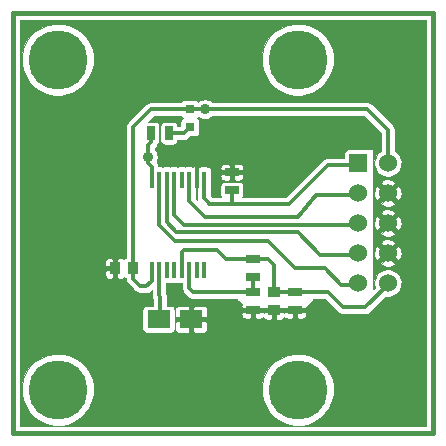
<source format=gbl>
G04 #@! TF.FileFunction,Copper,L2,Bot,Signal*
%FSLAX46Y46*%
G04 Gerber Fmt 4.6, Leading zero omitted, Abs format (unit mm)*
G04 Created by KiCad (PCBNEW (2015-11-02 BZR 6290)-product) date Mon 07 Dec 2015 11:59:02 AM CET*
%MOMM*%
G01*
G04 APERTURE LIST*
%ADD10C,0.150000*%
%ADD11C,0.381000*%
%ADD12C,5.001260*%
%ADD13R,1.950720X1.501140*%
%ADD14R,0.899160X1.000760*%
%ADD15R,1.000760X0.899160*%
%ADD16R,0.797560X0.797560*%
%ADD17R,1.524000X1.524000*%
%ADD18C,1.524000*%
%ADD19R,1.143000X0.635000*%
%ADD20R,0.635000X1.143000*%
%ADD21R,0.375920X1.435100*%
%ADD22C,0.889000*%
%ADD23C,0.375920*%
%ADD24C,0.373380*%
%ADD25C,0.099060*%
G04 APERTURE END LIST*
D10*
D11*
X31750000Y-66548000D02*
X31750000Y-30988000D01*
X67310000Y-30988000D02*
X31750000Y-30988000D01*
X67310000Y-66548000D02*
X67310000Y-30988000D01*
X31750000Y-66548000D02*
X67310000Y-66548000D01*
D12*
X55880000Y-34922460D03*
X35560000Y-34922460D03*
X55880000Y-62865000D03*
X35560000Y-62865000D03*
D13*
X44091860Y-56896000D03*
X46840140Y-56896000D03*
D14*
X41899840Y-52578000D03*
X40396160Y-52578000D03*
D15*
X53848000Y-54620160D03*
X53848000Y-56123840D03*
D16*
X46736000Y-39128700D03*
X46736000Y-40627300D03*
D17*
X60957460Y-43688000D03*
D18*
X63497460Y-43688000D03*
X60957460Y-46228000D03*
X63497460Y-46228000D03*
X60957460Y-48768000D03*
X63497460Y-48768000D03*
X60957460Y-51308000D03*
X63497460Y-51308000D03*
X60957460Y-53848000D03*
X63497460Y-53848000D03*
D19*
X52070000Y-51816000D03*
X52070000Y-53340000D03*
X52070000Y-54610000D03*
X52070000Y-56134000D03*
X55623460Y-54610000D03*
X55623460Y-56134000D03*
X50292000Y-45974000D03*
X50292000Y-44450000D03*
D20*
X44958000Y-41148000D03*
X43434000Y-41148000D03*
D21*
X43497500Y-45085000D03*
X44132500Y-45085000D03*
X44767500Y-45085000D03*
X45402500Y-45085000D03*
X46037500Y-45085000D03*
X46672500Y-45085000D03*
X47307500Y-45085000D03*
X47307500Y-52705000D03*
X46672500Y-52705000D03*
X46037500Y-52705000D03*
X45402500Y-52705000D03*
X44767500Y-52705000D03*
X44132500Y-52705000D03*
X43497500Y-52705000D03*
X47942500Y-45085000D03*
X47942500Y-52705000D03*
D22*
X48006000Y-39116000D03*
X43180000Y-43180000D03*
D23*
X41910000Y-51562000D02*
X41910000Y-52567840D01*
X46228000Y-39116000D02*
X43434000Y-39116000D01*
X41899840Y-52578000D02*
X41899840Y-53456840D01*
D24*
X46736000Y-39128700D02*
X46240700Y-39128700D01*
D23*
X63497460Y-40891460D02*
X63497460Y-43688000D01*
X48006000Y-39116000D02*
X46228000Y-39116000D01*
X41910000Y-51562000D02*
X41910000Y-40640000D01*
X43434000Y-39116000D02*
X41910000Y-40640000D01*
X61722000Y-39116000D02*
X48006000Y-39116000D01*
D24*
X46240700Y-39128700D02*
X46228000Y-39116000D01*
D23*
X41899840Y-53456840D02*
X42545000Y-54102000D01*
X43053000Y-54102000D02*
X43434000Y-53721000D01*
X42545000Y-54102000D02*
X43053000Y-54102000D01*
X43497500Y-53657500D02*
X43434000Y-53721000D01*
X43497500Y-53657500D02*
X43497500Y-52705000D01*
X41910000Y-52567840D02*
X41899840Y-52578000D01*
X63497460Y-40891460D02*
X61722000Y-39116000D01*
X60954920Y-48889920D02*
X60960000Y-48895000D01*
X45402500Y-48069500D02*
X46222920Y-48889920D01*
X48514000Y-48889920D02*
X60954920Y-48889920D01*
X46222920Y-48889920D02*
X48514000Y-48889920D01*
X45402500Y-45085000D02*
X45402500Y-48069500D01*
X45593000Y-49530000D02*
X47625000Y-49530000D01*
X47625000Y-49530000D02*
X55880000Y-49530000D01*
X44767500Y-48704500D02*
X45593000Y-49530000D01*
X44767500Y-48704500D02*
X44767500Y-45085000D01*
X55880000Y-49530000D02*
X57785000Y-51435000D01*
X60960000Y-51435000D02*
X57785000Y-51435000D01*
X55880000Y-48260000D02*
X57404000Y-46355000D01*
X46672500Y-46926500D02*
X47752000Y-48006000D01*
X47752000Y-48006000D02*
X48006000Y-48260000D01*
X46672500Y-45085000D02*
X46672500Y-46926500D01*
X58420000Y-46355000D02*
X60960000Y-46355000D01*
X48006000Y-48260000D02*
X55880000Y-48260000D01*
X57404000Y-46355000D02*
X58420000Y-46355000D01*
X58166000Y-52578000D02*
X55626000Y-52578000D01*
X44132500Y-48958500D02*
X45466000Y-50292000D01*
X55626000Y-52578000D02*
X53594000Y-50546000D01*
X44132500Y-48958500D02*
X44132500Y-45085000D01*
X53340000Y-50292000D02*
X53594000Y-50546000D01*
X48514000Y-50292000D02*
X53340000Y-50292000D01*
X45466000Y-50292000D02*
X48514000Y-50292000D01*
X60960000Y-53975000D02*
X59563000Y-53975000D01*
X59563000Y-53975000D02*
X58166000Y-52578000D01*
X50292000Y-45974000D02*
X50292000Y-47117000D01*
X50292000Y-47117000D02*
X50165000Y-47117000D01*
X47942500Y-45085000D02*
X47942500Y-46672500D01*
X60960000Y-43815000D02*
X58420000Y-43815000D01*
X47942500Y-46672500D02*
X48260000Y-46990000D01*
X58420000Y-43815000D02*
X55118000Y-47117000D01*
X48387000Y-47117000D02*
X48260000Y-46990000D01*
X55118000Y-47117000D02*
X50165000Y-47117000D01*
X48387000Y-47117000D02*
X50165000Y-47117000D01*
X47307500Y-43751500D02*
X47371000Y-43688000D01*
X47307500Y-45085000D02*
X47307500Y-43751500D01*
X44196000Y-57150000D02*
X44091860Y-56896000D01*
X44132500Y-52705000D02*
X44196000Y-57150000D01*
X53848000Y-54620160D02*
X55613300Y-54620160D01*
X55613300Y-54620160D02*
X58430160Y-54620160D01*
X58430160Y-54620160D02*
X59690000Y-55880000D01*
X59690000Y-55880000D02*
X61595000Y-55880000D01*
X61595000Y-55880000D02*
X63497460Y-53977540D01*
X63497460Y-53977540D02*
X63497460Y-53848000D01*
X53848000Y-54620160D02*
X53848000Y-52324000D01*
X53350160Y-51826160D02*
X53848000Y-52324000D01*
X46037500Y-51244500D02*
X46228000Y-51054000D01*
X46037500Y-52705000D02*
X46037500Y-51244500D01*
X46228000Y-51054000D02*
X49022000Y-51054000D01*
X49784000Y-51816000D02*
X49022000Y-51054000D01*
X52059840Y-51816000D02*
X52070000Y-51826160D01*
X49784000Y-51816000D02*
X52059840Y-51816000D01*
X53350160Y-51826160D02*
X52070000Y-51826160D01*
X44958000Y-41148000D02*
X46215300Y-41148000D01*
X46215300Y-41148000D02*
X46736000Y-40627300D01*
X46215300Y-41148000D02*
X46736000Y-40627300D01*
X45201840Y-41148000D02*
X46215300Y-41148000D01*
X52059840Y-54610000D02*
X52070000Y-54620160D01*
X46990000Y-54610000D02*
X52059840Y-54610000D01*
X46672500Y-54292500D02*
X46990000Y-54610000D01*
X52070000Y-53329840D02*
X52070000Y-54620160D01*
X46672500Y-52705000D02*
X46672500Y-54292500D01*
X43497500Y-45085000D02*
X43497500Y-44005500D01*
X43434000Y-41910000D02*
X43180000Y-42164000D01*
X43180000Y-42164000D02*
X43180000Y-42672000D01*
X43434000Y-41910000D02*
X43434000Y-41148000D01*
X43180000Y-43688000D02*
X43180000Y-43180000D01*
X43180000Y-43180000D02*
X43180000Y-42672000D01*
X43497500Y-44005500D02*
X43180000Y-43688000D01*
D25*
G36*
X66721990Y-65959990D02*
X32338010Y-65959990D01*
X32338010Y-63121498D01*
X32505450Y-63121498D01*
X32613445Y-63709911D01*
X32833672Y-64266142D01*
X33157744Y-64769004D01*
X33573318Y-65199343D01*
X34064564Y-65540768D01*
X34612770Y-65780274D01*
X35197056Y-65908737D01*
X35795167Y-65921266D01*
X36384320Y-65817382D01*
X36942075Y-65601043D01*
X37447187Y-65280489D01*
X37880417Y-64867930D01*
X38225263Y-64379080D01*
X38468590Y-63832559D01*
X38601129Y-63249184D01*
X38602912Y-63121498D01*
X52825450Y-63121498D01*
X52933445Y-63709911D01*
X53153672Y-64266142D01*
X53477744Y-64769004D01*
X53893318Y-65199343D01*
X54384564Y-65540768D01*
X54932770Y-65780274D01*
X55517056Y-65908737D01*
X56115167Y-65921266D01*
X56704320Y-65817382D01*
X57262075Y-65601043D01*
X57767187Y-65280489D01*
X58200417Y-64867930D01*
X58545263Y-64379080D01*
X58788590Y-63832559D01*
X58921129Y-63249184D01*
X58930671Y-62565879D01*
X58814471Y-61979031D01*
X58586499Y-61425929D01*
X58255437Y-60927641D01*
X57833896Y-60503146D01*
X57337931Y-60168613D01*
X56786434Y-59936785D01*
X56200411Y-59816492D01*
X55602184Y-59812316D01*
X55014539Y-59924415D01*
X54459859Y-60148520D01*
X53959271Y-60476095D01*
X53531844Y-60894663D01*
X53193857Y-61388280D01*
X52958185Y-61938146D01*
X52833803Y-62523314D01*
X52825450Y-63121498D01*
X38602912Y-63121498D01*
X38610671Y-62565879D01*
X38494471Y-61979031D01*
X38266499Y-61425929D01*
X37935437Y-60927641D01*
X37513896Y-60503146D01*
X37017931Y-60168613D01*
X36466434Y-59936785D01*
X35880411Y-59816492D01*
X35282184Y-59812316D01*
X34694539Y-59924415D01*
X34139859Y-60148520D01*
X33639271Y-60476095D01*
X33211844Y-60894663D01*
X32873857Y-61388280D01*
X32638185Y-61938146D01*
X32513803Y-62523314D01*
X32505450Y-63121498D01*
X32338010Y-63121498D01*
X32338010Y-52875497D01*
X39549070Y-52875497D01*
X39549070Y-53117532D01*
X39564346Y-53194330D01*
X39594311Y-53266672D01*
X39637814Y-53331778D01*
X39693182Y-53387146D01*
X39758289Y-53430649D01*
X39830631Y-53460614D01*
X39907429Y-53475890D01*
X40098663Y-53475890D01*
X40198040Y-53376513D01*
X40198040Y-52776120D01*
X39648447Y-52776120D01*
X39549070Y-52875497D01*
X32338010Y-52875497D01*
X32338010Y-52038468D01*
X39549070Y-52038468D01*
X39549070Y-52280503D01*
X39648447Y-52379880D01*
X40198040Y-52379880D01*
X40198040Y-51779487D01*
X40594280Y-51779487D01*
X40594280Y-52379880D01*
X40614280Y-52379880D01*
X40614280Y-52776120D01*
X40594280Y-52776120D01*
X40594280Y-53376513D01*
X40693657Y-53475890D01*
X40884891Y-53475890D01*
X40961689Y-53460614D01*
X41034031Y-53430649D01*
X41099138Y-53387146D01*
X41147955Y-53338329D01*
X41150969Y-53342902D01*
X41236513Y-53415810D01*
X41314370Y-53450905D01*
X41314370Y-53456840D01*
X41319648Y-53510673D01*
X41324361Y-53564538D01*
X41325219Y-53567493D01*
X41325520Y-53570558D01*
X41341161Y-53622363D01*
X41356240Y-53674265D01*
X41357656Y-53676996D01*
X41358546Y-53679945D01*
X41383941Y-53727705D01*
X41408824Y-53775710D01*
X41410745Y-53778116D01*
X41412190Y-53780834D01*
X41446354Y-53822724D01*
X41480111Y-53865010D01*
X41484340Y-53869299D01*
X41484408Y-53869382D01*
X41484485Y-53869446D01*
X41485850Y-53870830D01*
X42131010Y-54515990D01*
X42172827Y-54550339D01*
X42214229Y-54585079D01*
X42216925Y-54586561D01*
X42219305Y-54588516D01*
X42266994Y-54614087D01*
X42314359Y-54640126D01*
X42317290Y-54641056D01*
X42320006Y-54642512D01*
X42371731Y-54658326D01*
X42423274Y-54674676D01*
X42426335Y-54675019D01*
X42429278Y-54675919D01*
X42483046Y-54681381D01*
X42536826Y-54687413D01*
X42542848Y-54687455D01*
X42542956Y-54687466D01*
X42543057Y-54687456D01*
X42545000Y-54687470D01*
X43053000Y-54687470D01*
X43106833Y-54682192D01*
X43160698Y-54677479D01*
X43163653Y-54676621D01*
X43166718Y-54676320D01*
X43218523Y-54660679D01*
X43270425Y-54645600D01*
X43273156Y-54644184D01*
X43276105Y-54643294D01*
X43323865Y-54617899D01*
X43371870Y-54593016D01*
X43374276Y-54591095D01*
X43376994Y-54589650D01*
X43418884Y-54555486D01*
X43461170Y-54521729D01*
X43465459Y-54517500D01*
X43465542Y-54517432D01*
X43465606Y-54517355D01*
X43466990Y-54515990D01*
X43571351Y-54411629D01*
X43590413Y-55745997D01*
X43116500Y-55745997D01*
X43053198Y-55751045D01*
X42945831Y-55784294D01*
X42851978Y-55846139D01*
X42779070Y-55931683D01*
X42732881Y-56034151D01*
X42717067Y-56145430D01*
X42717067Y-57646570D01*
X42722115Y-57709872D01*
X42755364Y-57817239D01*
X42817209Y-57911092D01*
X42902753Y-57984000D01*
X43005221Y-58030189D01*
X43116500Y-58046003D01*
X45067220Y-58046003D01*
X45130522Y-58040955D01*
X45237889Y-58007706D01*
X45331742Y-57945861D01*
X45404650Y-57860317D01*
X45450839Y-57757849D01*
X45466653Y-57646570D01*
X45466653Y-57193497D01*
X45467270Y-57193497D01*
X45467270Y-57685722D01*
X45482546Y-57762520D01*
X45512511Y-57834862D01*
X45556014Y-57899968D01*
X45611382Y-57955336D01*
X45676489Y-57998839D01*
X45748831Y-58028804D01*
X45825629Y-58044080D01*
X46542643Y-58044080D01*
X46642020Y-57944703D01*
X46642020Y-57094120D01*
X47038260Y-57094120D01*
X47038260Y-57944703D01*
X47137637Y-58044080D01*
X47854651Y-58044080D01*
X47931449Y-58028804D01*
X48003791Y-57998839D01*
X48068898Y-57955336D01*
X48124266Y-57899968D01*
X48167769Y-57834862D01*
X48197734Y-57762520D01*
X48213010Y-57685722D01*
X48213010Y-57193497D01*
X48113633Y-57094120D01*
X47038260Y-57094120D01*
X46642020Y-57094120D01*
X45566647Y-57094120D01*
X45467270Y-57193497D01*
X45466653Y-57193497D01*
X45466653Y-56145430D01*
X45463531Y-56106278D01*
X45467270Y-56106278D01*
X45467270Y-56598503D01*
X45566647Y-56697880D01*
X46642020Y-56697880D01*
X46642020Y-55847297D01*
X47038260Y-55847297D01*
X47038260Y-56697880D01*
X48113633Y-56697880D01*
X48213010Y-56598503D01*
X48213010Y-56392127D01*
X51100990Y-56392127D01*
X51100990Y-56490651D01*
X51116266Y-56567449D01*
X51146231Y-56639791D01*
X51189734Y-56704898D01*
X51245102Y-56760266D01*
X51310208Y-56803769D01*
X51382550Y-56833734D01*
X51459348Y-56849010D01*
X51772503Y-56849010D01*
X51871880Y-56749633D01*
X51871880Y-56292750D01*
X52268120Y-56292750D01*
X52268120Y-56749633D01*
X52367497Y-56849010D01*
X52680652Y-56849010D01*
X52757450Y-56833734D01*
X52829792Y-56803769D01*
X52894898Y-56760266D01*
X52950266Y-56704898D01*
X52964298Y-56683898D01*
X52965386Y-56689369D01*
X52995351Y-56761711D01*
X53038854Y-56826818D01*
X53094222Y-56882186D01*
X53159328Y-56925689D01*
X53231670Y-56955654D01*
X53308468Y-56970930D01*
X53550503Y-56970930D01*
X53649880Y-56871553D01*
X53649880Y-56321960D01*
X54046120Y-56321960D01*
X54046120Y-56871553D01*
X54145497Y-56970930D01*
X54387532Y-56970930D01*
X54464330Y-56955654D01*
X54536672Y-56925689D01*
X54601778Y-56882186D01*
X54657146Y-56826818D01*
X54700649Y-56761711D01*
X54730614Y-56689369D01*
X54731120Y-56686827D01*
X54743194Y-56704898D01*
X54798562Y-56760266D01*
X54863668Y-56803769D01*
X54936010Y-56833734D01*
X55012808Y-56849010D01*
X55325963Y-56849010D01*
X55425340Y-56749633D01*
X55425340Y-56292750D01*
X55821580Y-56292750D01*
X55821580Y-56749633D01*
X55920957Y-56849010D01*
X56234112Y-56849010D01*
X56310910Y-56833734D01*
X56383252Y-56803769D01*
X56448358Y-56760266D01*
X56503726Y-56704898D01*
X56547229Y-56639791D01*
X56577194Y-56567449D01*
X56592470Y-56490651D01*
X56592470Y-56392127D01*
X56493093Y-56292750D01*
X55821580Y-56292750D01*
X55425340Y-56292750D01*
X54753827Y-56292750D01*
X54685565Y-56361012D01*
X54646513Y-56321960D01*
X54046120Y-56321960D01*
X53649880Y-56321960D01*
X53049487Y-56321960D01*
X53009165Y-56362282D01*
X52939633Y-56292750D01*
X52268120Y-56292750D01*
X51871880Y-56292750D01*
X51200367Y-56292750D01*
X51100990Y-56392127D01*
X48213010Y-56392127D01*
X48213010Y-56106278D01*
X48197734Y-56029480D01*
X48167769Y-55957138D01*
X48124266Y-55892032D01*
X48068898Y-55836664D01*
X48003791Y-55793161D01*
X47931449Y-55763196D01*
X47854651Y-55747920D01*
X47137637Y-55747920D01*
X47038260Y-55847297D01*
X46642020Y-55847297D01*
X46542643Y-55747920D01*
X45825629Y-55747920D01*
X45748831Y-55763196D01*
X45676489Y-55793161D01*
X45611382Y-55836664D01*
X45556014Y-55892032D01*
X45512511Y-55957138D01*
X45482546Y-56029480D01*
X45467270Y-56106278D01*
X45463531Y-56106278D01*
X45461605Y-56082128D01*
X45428356Y-55974761D01*
X45366511Y-55880908D01*
X45280967Y-55808000D01*
X45178499Y-55761811D01*
X45067220Y-55745997D01*
X44761472Y-55745997D01*
X44733986Y-53821983D01*
X44955460Y-53821983D01*
X45018762Y-53816935D01*
X45083008Y-53797040D01*
X45103261Y-53806169D01*
X45214540Y-53821983D01*
X45590460Y-53821983D01*
X45653762Y-53816935D01*
X45718008Y-53797040D01*
X45738261Y-53806169D01*
X45849540Y-53821983D01*
X46087030Y-53821983D01*
X46087030Y-54292500D01*
X46092308Y-54346333D01*
X46097021Y-54400198D01*
X46097879Y-54403153D01*
X46098180Y-54406218D01*
X46113821Y-54458023D01*
X46128900Y-54509925D01*
X46130316Y-54512656D01*
X46131206Y-54515605D01*
X46156601Y-54563365D01*
X46181484Y-54611370D01*
X46183405Y-54613776D01*
X46184850Y-54616494D01*
X46219014Y-54658384D01*
X46252771Y-54700670D01*
X46257000Y-54704959D01*
X46257068Y-54705042D01*
X46257145Y-54705106D01*
X46258510Y-54706490D01*
X46576010Y-55023990D01*
X46617827Y-55058339D01*
X46659229Y-55093079D01*
X46661925Y-55094561D01*
X46664305Y-55096516D01*
X46711980Y-55122079D01*
X46759359Y-55148126D01*
X46762293Y-55149057D01*
X46765007Y-55150512D01*
X46816717Y-55166321D01*
X46868274Y-55182676D01*
X46871336Y-55183019D01*
X46874278Y-55183919D01*
X46928042Y-55189380D01*
X46981826Y-55195413D01*
X46987849Y-55195455D01*
X46987957Y-55195466D01*
X46988058Y-55195456D01*
X46990000Y-55195470D01*
X50750470Y-55195470D01*
X50750470Y-55245000D01*
X50754110Y-55263638D01*
X50764977Y-55280023D01*
X51136546Y-55651592D01*
X51116266Y-55700551D01*
X51100990Y-55777349D01*
X51100990Y-55875873D01*
X51200367Y-55975250D01*
X51871880Y-55975250D01*
X51871880Y-55929530D01*
X52268120Y-55929530D01*
X52268120Y-55975250D01*
X52939633Y-55975250D01*
X52985353Y-55929530D01*
X54708107Y-55929530D01*
X54753827Y-55975250D01*
X55425340Y-55975250D01*
X55425340Y-55929530D01*
X55821580Y-55929530D01*
X55821580Y-55975250D01*
X56493093Y-55975250D01*
X56592470Y-55875873D01*
X56592470Y-55872576D01*
X57185023Y-55280023D01*
X57195628Y-55264270D01*
X57199530Y-55245000D01*
X57199530Y-55205630D01*
X58187650Y-55205630D01*
X59276010Y-56293990D01*
X59317827Y-56328339D01*
X59359229Y-56363079D01*
X59361925Y-56364561D01*
X59364305Y-56366516D01*
X59411980Y-56392079D01*
X59459359Y-56418126D01*
X59462293Y-56419057D01*
X59465007Y-56420512D01*
X59516717Y-56436321D01*
X59568274Y-56452676D01*
X59571336Y-56453019D01*
X59574278Y-56453919D01*
X59628042Y-56459380D01*
X59681826Y-56465413D01*
X59687849Y-56465455D01*
X59687957Y-56465466D01*
X59688058Y-56465456D01*
X59690000Y-56465470D01*
X61595000Y-56465470D01*
X61648833Y-56460192D01*
X61702698Y-56455479D01*
X61705653Y-56454621D01*
X61708718Y-56454320D01*
X61760523Y-56438679D01*
X61812425Y-56423600D01*
X61815156Y-56422184D01*
X61818105Y-56421294D01*
X61865865Y-56395899D01*
X61913870Y-56371016D01*
X61916276Y-56369095D01*
X61918994Y-56367650D01*
X61960884Y-56333486D01*
X62003170Y-56299729D01*
X62007459Y-56295500D01*
X62007542Y-56295432D01*
X62007606Y-56295355D01*
X62008990Y-56293990D01*
X63309131Y-54993849D01*
X63359505Y-55004924D01*
X63586847Y-55009686D01*
X63810784Y-54970200D01*
X64022786Y-54887970D01*
X64214779Y-54766127D01*
X64379450Y-54609313D01*
X64510526Y-54423502D01*
X64603014Y-54215769D01*
X64653393Y-53994028D01*
X64657019Y-53734304D01*
X64612852Y-53511243D01*
X64526200Y-53301009D01*
X64400363Y-53111610D01*
X64240135Y-52950260D01*
X64051619Y-52823104D01*
X63841995Y-52734986D01*
X63619248Y-52689263D01*
X63391862Y-52687675D01*
X63168498Y-52730284D01*
X62957665Y-52815466D01*
X62767391Y-52939978D01*
X62604926Y-53099075D01*
X62476458Y-53286699D01*
X62386878Y-53495703D01*
X62339601Y-53718125D01*
X62336426Y-53945495D01*
X62377475Y-54169151D01*
X62405950Y-54241070D01*
X62279530Y-54367490D01*
X62279530Y-52188550D01*
X62897094Y-52188550D01*
X62982875Y-52353327D01*
X63196696Y-52433631D01*
X63422074Y-52470679D01*
X63650350Y-52463045D01*
X63872750Y-52411024D01*
X64012045Y-52353327D01*
X64097826Y-52188550D01*
X63497460Y-51588184D01*
X62897094Y-52188550D01*
X62279530Y-52188550D01*
X62279530Y-51232614D01*
X62334781Y-51232614D01*
X62342415Y-51460890D01*
X62394436Y-51683290D01*
X62452133Y-51822585D01*
X62616910Y-51908366D01*
X63217276Y-51308000D01*
X63777644Y-51308000D01*
X64378010Y-51908366D01*
X64542787Y-51822585D01*
X64623091Y-51608764D01*
X64660139Y-51383386D01*
X64652505Y-51155110D01*
X64600484Y-50932710D01*
X64542787Y-50793415D01*
X64378010Y-50707634D01*
X63777644Y-51308000D01*
X63217276Y-51308000D01*
X62616910Y-50707634D01*
X62452133Y-50793415D01*
X62371829Y-51007236D01*
X62334781Y-51232614D01*
X62279530Y-51232614D01*
X62279530Y-50427450D01*
X62897094Y-50427450D01*
X63497460Y-51027816D01*
X64097826Y-50427450D01*
X64012045Y-50262673D01*
X63798224Y-50182369D01*
X63572846Y-50145321D01*
X63344570Y-50152955D01*
X63122170Y-50204976D01*
X62982875Y-50262673D01*
X62897094Y-50427450D01*
X62279530Y-50427450D01*
X62279530Y-49648550D01*
X62897094Y-49648550D01*
X62982875Y-49813327D01*
X63196696Y-49893631D01*
X63422074Y-49930679D01*
X63650350Y-49923045D01*
X63872750Y-49871024D01*
X64012045Y-49813327D01*
X64097826Y-49648550D01*
X63497460Y-49048184D01*
X62897094Y-49648550D01*
X62279530Y-49648550D01*
X62279530Y-48692614D01*
X62334781Y-48692614D01*
X62342415Y-48920890D01*
X62394436Y-49143290D01*
X62452133Y-49282585D01*
X62616910Y-49368366D01*
X63217276Y-48768000D01*
X63777644Y-48768000D01*
X64378010Y-49368366D01*
X64542787Y-49282585D01*
X64623091Y-49068764D01*
X64660139Y-48843386D01*
X64652505Y-48615110D01*
X64600484Y-48392710D01*
X64542787Y-48253415D01*
X64378010Y-48167634D01*
X63777644Y-48768000D01*
X63217276Y-48768000D01*
X62616910Y-48167634D01*
X62452133Y-48253415D01*
X62371829Y-48467236D01*
X62334781Y-48692614D01*
X62279530Y-48692614D01*
X62279530Y-47887450D01*
X62897094Y-47887450D01*
X63497460Y-48487816D01*
X64097826Y-47887450D01*
X64012045Y-47722673D01*
X63798224Y-47642369D01*
X63572846Y-47605321D01*
X63344570Y-47612955D01*
X63122170Y-47664976D01*
X62982875Y-47722673D01*
X62897094Y-47887450D01*
X62279530Y-47887450D01*
X62279530Y-47108550D01*
X62897094Y-47108550D01*
X62982875Y-47273327D01*
X63196696Y-47353631D01*
X63422074Y-47390679D01*
X63650350Y-47383045D01*
X63872750Y-47331024D01*
X64012045Y-47273327D01*
X64097826Y-47108550D01*
X63497460Y-46508184D01*
X62897094Y-47108550D01*
X62279530Y-47108550D01*
X62279530Y-46152614D01*
X62334781Y-46152614D01*
X62342415Y-46380890D01*
X62394436Y-46603290D01*
X62452133Y-46742585D01*
X62616910Y-46828366D01*
X63217276Y-46228000D01*
X63777644Y-46228000D01*
X64378010Y-46828366D01*
X64542787Y-46742585D01*
X64623091Y-46528764D01*
X64660139Y-46303386D01*
X64652505Y-46075110D01*
X64600484Y-45852710D01*
X64542787Y-45713415D01*
X64378010Y-45627634D01*
X63777644Y-46228000D01*
X63217276Y-46228000D01*
X62616910Y-45627634D01*
X62452133Y-45713415D01*
X62371829Y-45927236D01*
X62334781Y-46152614D01*
X62279530Y-46152614D01*
X62279530Y-45347450D01*
X62897094Y-45347450D01*
X63497460Y-45947816D01*
X64097826Y-45347450D01*
X64012045Y-45182673D01*
X63798224Y-45102369D01*
X63572846Y-45065321D01*
X63344570Y-45072955D01*
X63122170Y-45124976D01*
X62982875Y-45182673D01*
X62897094Y-45347450D01*
X62279530Y-45347450D01*
X62279530Y-42545000D01*
X62276143Y-42526998D01*
X62265503Y-42510464D01*
X62249270Y-42499372D01*
X62230000Y-42495470D01*
X60325000Y-42495470D01*
X60306998Y-42498857D01*
X60290464Y-42509497D01*
X60279372Y-42525730D01*
X60279203Y-42526567D01*
X60195460Y-42526567D01*
X60132158Y-42531615D01*
X60024791Y-42564864D01*
X59930938Y-42626709D01*
X59858030Y-42712253D01*
X59811841Y-42814721D01*
X59796027Y-42926000D01*
X59796027Y-43229530D01*
X58420000Y-43229530D01*
X58366171Y-43234808D01*
X58312302Y-43239521D01*
X58309347Y-43240379D01*
X58306282Y-43240680D01*
X58254477Y-43256321D01*
X58202575Y-43271400D01*
X58199844Y-43272816D01*
X58196895Y-43273706D01*
X58149135Y-43299101D01*
X58101130Y-43323984D01*
X58098724Y-43325905D01*
X58096006Y-43327350D01*
X58054116Y-43361514D01*
X58011830Y-43395271D01*
X58007541Y-43399500D01*
X58007458Y-43399568D01*
X58007394Y-43399645D01*
X58006010Y-43401010D01*
X54875490Y-46531530D01*
X51178529Y-46531530D01*
X51200930Y-46505247D01*
X51247119Y-46402779D01*
X51262933Y-46291500D01*
X51262933Y-45656500D01*
X51257885Y-45593198D01*
X51224636Y-45485831D01*
X51162791Y-45391978D01*
X51077247Y-45319070D01*
X50974779Y-45272881D01*
X50863500Y-45257067D01*
X49720500Y-45257067D01*
X49657198Y-45262115D01*
X49549831Y-45295364D01*
X49455978Y-45357209D01*
X49383070Y-45442753D01*
X49336881Y-45545221D01*
X49321067Y-45656500D01*
X49321067Y-46291500D01*
X49326115Y-46354802D01*
X49359364Y-46462169D01*
X49405070Y-46531530D01*
X48629510Y-46531530D01*
X48527970Y-46429990D01*
X48527970Y-45816082D01*
X48529893Y-45802550D01*
X48529893Y-44708127D01*
X49322990Y-44708127D01*
X49322990Y-44806651D01*
X49338266Y-44883449D01*
X49368231Y-44955791D01*
X49411734Y-45020898D01*
X49467102Y-45076266D01*
X49532208Y-45119769D01*
X49604550Y-45149734D01*
X49681348Y-45165010D01*
X49994503Y-45165010D01*
X50093880Y-45065633D01*
X50093880Y-44608750D01*
X50490120Y-44608750D01*
X50490120Y-45065633D01*
X50589497Y-45165010D01*
X50902652Y-45165010D01*
X50979450Y-45149734D01*
X51051792Y-45119769D01*
X51116898Y-45076266D01*
X51172266Y-45020898D01*
X51215769Y-44955791D01*
X51245734Y-44883449D01*
X51261010Y-44806651D01*
X51261010Y-44708127D01*
X51161633Y-44608750D01*
X50490120Y-44608750D01*
X50093880Y-44608750D01*
X49422367Y-44608750D01*
X49322990Y-44708127D01*
X48529893Y-44708127D01*
X48529893Y-44367450D01*
X48524845Y-44304148D01*
X48491596Y-44196781D01*
X48429751Y-44102928D01*
X48418512Y-44093349D01*
X49322990Y-44093349D01*
X49322990Y-44191873D01*
X49422367Y-44291250D01*
X50093880Y-44291250D01*
X50093880Y-43834367D01*
X50490120Y-43834367D01*
X50490120Y-44291250D01*
X51161633Y-44291250D01*
X51261010Y-44191873D01*
X51261010Y-44093349D01*
X51245734Y-44016551D01*
X51215769Y-43944209D01*
X51172266Y-43879102D01*
X51116898Y-43823734D01*
X51051792Y-43780231D01*
X50979450Y-43750266D01*
X50902652Y-43734990D01*
X50589497Y-43734990D01*
X50490120Y-43834367D01*
X50093880Y-43834367D01*
X49994503Y-43734990D01*
X49681348Y-43734990D01*
X49604550Y-43750266D01*
X49532208Y-43780231D01*
X49467102Y-43823734D01*
X49411734Y-43879102D01*
X49368231Y-43944209D01*
X49338266Y-44016551D01*
X49322990Y-44093349D01*
X48418512Y-44093349D01*
X48344207Y-44030020D01*
X48241739Y-43983831D01*
X48130460Y-43968017D01*
X47754540Y-43968017D01*
X47691238Y-43973065D01*
X47628774Y-43992409D01*
X47611409Y-43985216D01*
X47534611Y-43969940D01*
X47500857Y-43969940D01*
X47401480Y-44069317D01*
X47401480Y-44188377D01*
X47370921Y-44256171D01*
X47355107Y-44367450D01*
X47355107Y-45802550D01*
X47357030Y-45826664D01*
X47357030Y-46672500D01*
X47362308Y-46726333D01*
X47367021Y-46780198D01*
X47367879Y-46783153D01*
X47368180Y-46786218D01*
X47371632Y-46797653D01*
X47257970Y-46683990D01*
X47257970Y-45816082D01*
X47259893Y-45802550D01*
X47259893Y-44367450D01*
X47254845Y-44304148D01*
X47221596Y-44196781D01*
X47213520Y-44184525D01*
X47213520Y-44069317D01*
X47114143Y-43969940D01*
X47080389Y-43969940D01*
X47003591Y-43985216D01*
X46988593Y-43991428D01*
X46971739Y-43983831D01*
X46860460Y-43968017D01*
X46484540Y-43968017D01*
X46421238Y-43973065D01*
X46356992Y-43992960D01*
X46336739Y-43983831D01*
X46225460Y-43968017D01*
X45849540Y-43968017D01*
X45786238Y-43973065D01*
X45721992Y-43992960D01*
X45701739Y-43983831D01*
X45590460Y-43968017D01*
X45214540Y-43968017D01*
X45151238Y-43973065D01*
X45086992Y-43992960D01*
X45066739Y-43983831D01*
X44955460Y-43968017D01*
X44579540Y-43968017D01*
X44516238Y-43973065D01*
X44451992Y-43992960D01*
X44431739Y-43983831D01*
X44320460Y-43968017D01*
X44079295Y-43968017D01*
X44077692Y-43951667D01*
X44072979Y-43897802D01*
X44072121Y-43894847D01*
X44071820Y-43891782D01*
X44056179Y-43839977D01*
X44041100Y-43788075D01*
X44039684Y-43785344D01*
X44038794Y-43782395D01*
X44013420Y-43734674D01*
X43988517Y-43686630D01*
X43986593Y-43684220D01*
X43985150Y-43681506D01*
X43951013Y-43639650D01*
X43917230Y-43597331D01*
X43916332Y-43596420D01*
X43982829Y-43447066D01*
X44019412Y-43286042D01*
X44022046Y-43097437D01*
X43989973Y-42935455D01*
X43927048Y-42782788D01*
X43835668Y-42645250D01*
X43765470Y-42574560D01*
X43765470Y-42406510D01*
X43847990Y-42323990D01*
X43882339Y-42282173D01*
X43917079Y-42240771D01*
X43918561Y-42238075D01*
X43920516Y-42235695D01*
X43946089Y-42188001D01*
X43972126Y-42140641D01*
X43973056Y-42137710D01*
X43974512Y-42134994D01*
X43990326Y-42083269D01*
X44006676Y-42031726D01*
X44007019Y-42028665D01*
X44007919Y-42025722D01*
X44008092Y-42024016D01*
X44016022Y-42018791D01*
X44088930Y-41933247D01*
X44135119Y-41830779D01*
X44150933Y-41719500D01*
X44150933Y-40576500D01*
X44145885Y-40513198D01*
X44112636Y-40405831D01*
X44050791Y-40311978D01*
X43965247Y-40239070D01*
X43862779Y-40192881D01*
X43751500Y-40177067D01*
X43200912Y-40177067D01*
X43676509Y-39701470D01*
X45978272Y-39701470D01*
X46037929Y-39792002D01*
X46123473Y-39864910D01*
X46151282Y-39877445D01*
X46072698Y-39929229D01*
X45999790Y-40014773D01*
X45953601Y-40117241D01*
X45937787Y-40228520D01*
X45937787Y-40562530D01*
X45673819Y-40562530D01*
X45669885Y-40513198D01*
X45636636Y-40405831D01*
X45574791Y-40311978D01*
X45489247Y-40239070D01*
X45386779Y-40192881D01*
X45275500Y-40177067D01*
X44640500Y-40177067D01*
X44577198Y-40182115D01*
X44469831Y-40215364D01*
X44375978Y-40277209D01*
X44303070Y-40362753D01*
X44256881Y-40465221D01*
X44241067Y-40576500D01*
X44241067Y-41719500D01*
X44246115Y-41782802D01*
X44279364Y-41890169D01*
X44341209Y-41984022D01*
X44426753Y-42056930D01*
X44529221Y-42103119D01*
X44640500Y-42118933D01*
X45275500Y-42118933D01*
X45338802Y-42113885D01*
X45446169Y-42080636D01*
X45540022Y-42018791D01*
X45612930Y-41933247D01*
X45659119Y-41830779D01*
X45672948Y-41733470D01*
X46215300Y-41733470D01*
X46269133Y-41728192D01*
X46322998Y-41723479D01*
X46325953Y-41722621D01*
X46329018Y-41722320D01*
X46380823Y-41706679D01*
X46432725Y-41691600D01*
X46435456Y-41690184D01*
X46438405Y-41689294D01*
X46486165Y-41663899D01*
X46534170Y-41639016D01*
X46536576Y-41637095D01*
X46539294Y-41635650D01*
X46581184Y-41601486D01*
X46623470Y-41567729D01*
X46627759Y-41563500D01*
X46627842Y-41563432D01*
X46627906Y-41563355D01*
X46629290Y-41561990D01*
X46765767Y-41425513D01*
X47134780Y-41425513D01*
X47198082Y-41420465D01*
X47305449Y-41387216D01*
X47399302Y-41325371D01*
X47472210Y-41239827D01*
X47518399Y-41137359D01*
X47534213Y-41026080D01*
X47534213Y-40228520D01*
X47529165Y-40165218D01*
X47495916Y-40057851D01*
X47434071Y-39963998D01*
X47348527Y-39891090D01*
X47320718Y-39878555D01*
X47399302Y-39826771D01*
X47456731Y-39759388D01*
X47457636Y-39760325D01*
X47593230Y-39854565D01*
X47744546Y-39920674D01*
X47905820Y-39956132D01*
X48070911Y-39959590D01*
X48233529Y-39930916D01*
X48387480Y-39871203D01*
X48526901Y-39782723D01*
X48612225Y-39701470D01*
X61479490Y-39701470D01*
X62911990Y-41133970D01*
X62911990Y-42685355D01*
X62767391Y-42779978D01*
X62604926Y-42939075D01*
X62476458Y-43126699D01*
X62386878Y-43335703D01*
X62339601Y-43558125D01*
X62336426Y-43785495D01*
X62377475Y-44009151D01*
X62461183Y-44220574D01*
X62584363Y-44411712D01*
X62742323Y-44575284D01*
X62929045Y-44705059D01*
X63137418Y-44796095D01*
X63359505Y-44844924D01*
X63586847Y-44849686D01*
X63810784Y-44810200D01*
X64022786Y-44727970D01*
X64214779Y-44606127D01*
X64379450Y-44449313D01*
X64510526Y-44263502D01*
X64603014Y-44055769D01*
X64653393Y-43834028D01*
X64657019Y-43574304D01*
X64612852Y-43351243D01*
X64526200Y-43141009D01*
X64400363Y-42951610D01*
X64240135Y-42790260D01*
X64082930Y-42684224D01*
X64082930Y-40891460D01*
X64077652Y-40837627D01*
X64072939Y-40783762D01*
X64072081Y-40780807D01*
X64071780Y-40777742D01*
X64056149Y-40725970D01*
X64041061Y-40674036D01*
X64039644Y-40671302D01*
X64038754Y-40668355D01*
X64013389Y-40620651D01*
X63988477Y-40572590D01*
X63986553Y-40570180D01*
X63985110Y-40567466D01*
X63950973Y-40525610D01*
X63917190Y-40483291D01*
X63912960Y-40479001D01*
X63912892Y-40478918D01*
X63912815Y-40478854D01*
X63911450Y-40477470D01*
X62135990Y-38702010D01*
X62094173Y-38667661D01*
X62052771Y-38632921D01*
X62050075Y-38631439D01*
X62047695Y-38629484D01*
X62000001Y-38603911D01*
X61952641Y-38577874D01*
X61949710Y-38576944D01*
X61946994Y-38575488D01*
X61895269Y-38559674D01*
X61843726Y-38543324D01*
X61840665Y-38542981D01*
X61837722Y-38542081D01*
X61783954Y-38536619D01*
X61730174Y-38530587D01*
X61724152Y-38530545D01*
X61724044Y-38530534D01*
X61723943Y-38530544D01*
X61722000Y-38530530D01*
X48611301Y-38530530D01*
X48545314Y-38464081D01*
X48408418Y-38371743D01*
X48256194Y-38307754D01*
X48094440Y-38274551D01*
X47929317Y-38273398D01*
X47767115Y-38304340D01*
X47614013Y-38366197D01*
X47475841Y-38456615D01*
X47446936Y-38484921D01*
X47434071Y-38465398D01*
X47348527Y-38392490D01*
X47246059Y-38346301D01*
X47134780Y-38330487D01*
X46337220Y-38330487D01*
X46273918Y-38335535D01*
X46166551Y-38368784D01*
X46072698Y-38430629D01*
X45999790Y-38516173D01*
X45993318Y-38530530D01*
X43434000Y-38530530D01*
X43380126Y-38535812D01*
X43326302Y-38540521D01*
X43323347Y-38541379D01*
X43320282Y-38541680D01*
X43268477Y-38557321D01*
X43216575Y-38572400D01*
X43213844Y-38573816D01*
X43210895Y-38574706D01*
X43163135Y-38600101D01*
X43115130Y-38624984D01*
X43112724Y-38626905D01*
X43110006Y-38628350D01*
X43068116Y-38662514D01*
X43025830Y-38696271D01*
X43021545Y-38700497D01*
X43021458Y-38700568D01*
X43021391Y-38700649D01*
X43020010Y-38702011D01*
X41496010Y-40226010D01*
X41461661Y-40267827D01*
X41426921Y-40309229D01*
X41425439Y-40311925D01*
X41423484Y-40314305D01*
X41397911Y-40361999D01*
X41371874Y-40409359D01*
X41370944Y-40412290D01*
X41369488Y-40415006D01*
X41353674Y-40466731D01*
X41337324Y-40518274D01*
X41336981Y-40521335D01*
X41336081Y-40524278D01*
X41330619Y-40578046D01*
X41324587Y-40631826D01*
X41324545Y-40637848D01*
X41324534Y-40637956D01*
X41324544Y-40638057D01*
X41324530Y-40640000D01*
X41324530Y-51702567D01*
X41279591Y-51716484D01*
X41185738Y-51778329D01*
X41150251Y-51819967D01*
X41099138Y-51768854D01*
X41034031Y-51725351D01*
X40961689Y-51695386D01*
X40884891Y-51680110D01*
X40693657Y-51680110D01*
X40594280Y-51779487D01*
X40198040Y-51779487D01*
X40098663Y-51680110D01*
X39907429Y-51680110D01*
X39830631Y-51695386D01*
X39758289Y-51725351D01*
X39693182Y-51768854D01*
X39637814Y-51824222D01*
X39594311Y-51889328D01*
X39564346Y-51961670D01*
X39549070Y-52038468D01*
X32338010Y-52038468D01*
X32338010Y-35178958D01*
X32505450Y-35178958D01*
X32613445Y-35767371D01*
X32833672Y-36323602D01*
X33157744Y-36826464D01*
X33573318Y-37256803D01*
X34064564Y-37598228D01*
X34612770Y-37837734D01*
X35197056Y-37966197D01*
X35795167Y-37978726D01*
X36384320Y-37874842D01*
X36942075Y-37658503D01*
X37447187Y-37337949D01*
X37880417Y-36925390D01*
X38225263Y-36436540D01*
X38468590Y-35890019D01*
X38601129Y-35306644D01*
X38602912Y-35178958D01*
X52825450Y-35178958D01*
X52933445Y-35767371D01*
X53153672Y-36323602D01*
X53477744Y-36826464D01*
X53893318Y-37256803D01*
X54384564Y-37598228D01*
X54932770Y-37837734D01*
X55517056Y-37966197D01*
X56115167Y-37978726D01*
X56704320Y-37874842D01*
X57262075Y-37658503D01*
X57767187Y-37337949D01*
X58200417Y-36925390D01*
X58545263Y-36436540D01*
X58788590Y-35890019D01*
X58921129Y-35306644D01*
X58930671Y-34623339D01*
X58814471Y-34036491D01*
X58586499Y-33483389D01*
X58255437Y-32985101D01*
X57833896Y-32560606D01*
X57337931Y-32226073D01*
X56786434Y-31994245D01*
X56200411Y-31873952D01*
X55602184Y-31869776D01*
X55014539Y-31981875D01*
X54459859Y-32205980D01*
X53959271Y-32533555D01*
X53531844Y-32952123D01*
X53193857Y-33445740D01*
X52958185Y-33995606D01*
X52833803Y-34580774D01*
X52825450Y-35178958D01*
X38602912Y-35178958D01*
X38610671Y-34623339D01*
X38494471Y-34036491D01*
X38266499Y-33483389D01*
X37935437Y-32985101D01*
X37513896Y-32560606D01*
X37017931Y-32226073D01*
X36466434Y-31994245D01*
X35880411Y-31873952D01*
X35282184Y-31869776D01*
X34694539Y-31981875D01*
X34139859Y-32205980D01*
X33639271Y-32533555D01*
X33211844Y-32952123D01*
X32873857Y-33445740D01*
X32638185Y-33995606D01*
X32513803Y-34580774D01*
X32505450Y-35178958D01*
X32338010Y-35178958D01*
X32338010Y-31576010D01*
X66721990Y-31576010D01*
X66721990Y-65959990D01*
X66721990Y-65959990D01*
G37*
X66721990Y-65959990D02*
X32338010Y-65959990D01*
X32338010Y-63121498D01*
X32505450Y-63121498D01*
X32613445Y-63709911D01*
X32833672Y-64266142D01*
X33157744Y-64769004D01*
X33573318Y-65199343D01*
X34064564Y-65540768D01*
X34612770Y-65780274D01*
X35197056Y-65908737D01*
X35795167Y-65921266D01*
X36384320Y-65817382D01*
X36942075Y-65601043D01*
X37447187Y-65280489D01*
X37880417Y-64867930D01*
X38225263Y-64379080D01*
X38468590Y-63832559D01*
X38601129Y-63249184D01*
X38602912Y-63121498D01*
X52825450Y-63121498D01*
X52933445Y-63709911D01*
X53153672Y-64266142D01*
X53477744Y-64769004D01*
X53893318Y-65199343D01*
X54384564Y-65540768D01*
X54932770Y-65780274D01*
X55517056Y-65908737D01*
X56115167Y-65921266D01*
X56704320Y-65817382D01*
X57262075Y-65601043D01*
X57767187Y-65280489D01*
X58200417Y-64867930D01*
X58545263Y-64379080D01*
X58788590Y-63832559D01*
X58921129Y-63249184D01*
X58930671Y-62565879D01*
X58814471Y-61979031D01*
X58586499Y-61425929D01*
X58255437Y-60927641D01*
X57833896Y-60503146D01*
X57337931Y-60168613D01*
X56786434Y-59936785D01*
X56200411Y-59816492D01*
X55602184Y-59812316D01*
X55014539Y-59924415D01*
X54459859Y-60148520D01*
X53959271Y-60476095D01*
X53531844Y-60894663D01*
X53193857Y-61388280D01*
X52958185Y-61938146D01*
X52833803Y-62523314D01*
X52825450Y-63121498D01*
X38602912Y-63121498D01*
X38610671Y-62565879D01*
X38494471Y-61979031D01*
X38266499Y-61425929D01*
X37935437Y-60927641D01*
X37513896Y-60503146D01*
X37017931Y-60168613D01*
X36466434Y-59936785D01*
X35880411Y-59816492D01*
X35282184Y-59812316D01*
X34694539Y-59924415D01*
X34139859Y-60148520D01*
X33639271Y-60476095D01*
X33211844Y-60894663D01*
X32873857Y-61388280D01*
X32638185Y-61938146D01*
X32513803Y-62523314D01*
X32505450Y-63121498D01*
X32338010Y-63121498D01*
X32338010Y-52875497D01*
X39549070Y-52875497D01*
X39549070Y-53117532D01*
X39564346Y-53194330D01*
X39594311Y-53266672D01*
X39637814Y-53331778D01*
X39693182Y-53387146D01*
X39758289Y-53430649D01*
X39830631Y-53460614D01*
X39907429Y-53475890D01*
X40098663Y-53475890D01*
X40198040Y-53376513D01*
X40198040Y-52776120D01*
X39648447Y-52776120D01*
X39549070Y-52875497D01*
X32338010Y-52875497D01*
X32338010Y-52038468D01*
X39549070Y-52038468D01*
X39549070Y-52280503D01*
X39648447Y-52379880D01*
X40198040Y-52379880D01*
X40198040Y-51779487D01*
X40594280Y-51779487D01*
X40594280Y-52379880D01*
X40614280Y-52379880D01*
X40614280Y-52776120D01*
X40594280Y-52776120D01*
X40594280Y-53376513D01*
X40693657Y-53475890D01*
X40884891Y-53475890D01*
X40961689Y-53460614D01*
X41034031Y-53430649D01*
X41099138Y-53387146D01*
X41147955Y-53338329D01*
X41150969Y-53342902D01*
X41236513Y-53415810D01*
X41314370Y-53450905D01*
X41314370Y-53456840D01*
X41319648Y-53510673D01*
X41324361Y-53564538D01*
X41325219Y-53567493D01*
X41325520Y-53570558D01*
X41341161Y-53622363D01*
X41356240Y-53674265D01*
X41357656Y-53676996D01*
X41358546Y-53679945D01*
X41383941Y-53727705D01*
X41408824Y-53775710D01*
X41410745Y-53778116D01*
X41412190Y-53780834D01*
X41446354Y-53822724D01*
X41480111Y-53865010D01*
X41484340Y-53869299D01*
X41484408Y-53869382D01*
X41484485Y-53869446D01*
X41485850Y-53870830D01*
X42131010Y-54515990D01*
X42172827Y-54550339D01*
X42214229Y-54585079D01*
X42216925Y-54586561D01*
X42219305Y-54588516D01*
X42266994Y-54614087D01*
X42314359Y-54640126D01*
X42317290Y-54641056D01*
X42320006Y-54642512D01*
X42371731Y-54658326D01*
X42423274Y-54674676D01*
X42426335Y-54675019D01*
X42429278Y-54675919D01*
X42483046Y-54681381D01*
X42536826Y-54687413D01*
X42542848Y-54687455D01*
X42542956Y-54687466D01*
X42543057Y-54687456D01*
X42545000Y-54687470D01*
X43053000Y-54687470D01*
X43106833Y-54682192D01*
X43160698Y-54677479D01*
X43163653Y-54676621D01*
X43166718Y-54676320D01*
X43218523Y-54660679D01*
X43270425Y-54645600D01*
X43273156Y-54644184D01*
X43276105Y-54643294D01*
X43323865Y-54617899D01*
X43371870Y-54593016D01*
X43374276Y-54591095D01*
X43376994Y-54589650D01*
X43418884Y-54555486D01*
X43461170Y-54521729D01*
X43465459Y-54517500D01*
X43465542Y-54517432D01*
X43465606Y-54517355D01*
X43466990Y-54515990D01*
X43571351Y-54411629D01*
X43590413Y-55745997D01*
X43116500Y-55745997D01*
X43053198Y-55751045D01*
X42945831Y-55784294D01*
X42851978Y-55846139D01*
X42779070Y-55931683D01*
X42732881Y-56034151D01*
X42717067Y-56145430D01*
X42717067Y-57646570D01*
X42722115Y-57709872D01*
X42755364Y-57817239D01*
X42817209Y-57911092D01*
X42902753Y-57984000D01*
X43005221Y-58030189D01*
X43116500Y-58046003D01*
X45067220Y-58046003D01*
X45130522Y-58040955D01*
X45237889Y-58007706D01*
X45331742Y-57945861D01*
X45404650Y-57860317D01*
X45450839Y-57757849D01*
X45466653Y-57646570D01*
X45466653Y-57193497D01*
X45467270Y-57193497D01*
X45467270Y-57685722D01*
X45482546Y-57762520D01*
X45512511Y-57834862D01*
X45556014Y-57899968D01*
X45611382Y-57955336D01*
X45676489Y-57998839D01*
X45748831Y-58028804D01*
X45825629Y-58044080D01*
X46542643Y-58044080D01*
X46642020Y-57944703D01*
X46642020Y-57094120D01*
X47038260Y-57094120D01*
X47038260Y-57944703D01*
X47137637Y-58044080D01*
X47854651Y-58044080D01*
X47931449Y-58028804D01*
X48003791Y-57998839D01*
X48068898Y-57955336D01*
X48124266Y-57899968D01*
X48167769Y-57834862D01*
X48197734Y-57762520D01*
X48213010Y-57685722D01*
X48213010Y-57193497D01*
X48113633Y-57094120D01*
X47038260Y-57094120D01*
X46642020Y-57094120D01*
X45566647Y-57094120D01*
X45467270Y-57193497D01*
X45466653Y-57193497D01*
X45466653Y-56145430D01*
X45463531Y-56106278D01*
X45467270Y-56106278D01*
X45467270Y-56598503D01*
X45566647Y-56697880D01*
X46642020Y-56697880D01*
X46642020Y-55847297D01*
X47038260Y-55847297D01*
X47038260Y-56697880D01*
X48113633Y-56697880D01*
X48213010Y-56598503D01*
X48213010Y-56392127D01*
X51100990Y-56392127D01*
X51100990Y-56490651D01*
X51116266Y-56567449D01*
X51146231Y-56639791D01*
X51189734Y-56704898D01*
X51245102Y-56760266D01*
X51310208Y-56803769D01*
X51382550Y-56833734D01*
X51459348Y-56849010D01*
X51772503Y-56849010D01*
X51871880Y-56749633D01*
X51871880Y-56292750D01*
X52268120Y-56292750D01*
X52268120Y-56749633D01*
X52367497Y-56849010D01*
X52680652Y-56849010D01*
X52757450Y-56833734D01*
X52829792Y-56803769D01*
X52894898Y-56760266D01*
X52950266Y-56704898D01*
X52964298Y-56683898D01*
X52965386Y-56689369D01*
X52995351Y-56761711D01*
X53038854Y-56826818D01*
X53094222Y-56882186D01*
X53159328Y-56925689D01*
X53231670Y-56955654D01*
X53308468Y-56970930D01*
X53550503Y-56970930D01*
X53649880Y-56871553D01*
X53649880Y-56321960D01*
X54046120Y-56321960D01*
X54046120Y-56871553D01*
X54145497Y-56970930D01*
X54387532Y-56970930D01*
X54464330Y-56955654D01*
X54536672Y-56925689D01*
X54601778Y-56882186D01*
X54657146Y-56826818D01*
X54700649Y-56761711D01*
X54730614Y-56689369D01*
X54731120Y-56686827D01*
X54743194Y-56704898D01*
X54798562Y-56760266D01*
X54863668Y-56803769D01*
X54936010Y-56833734D01*
X55012808Y-56849010D01*
X55325963Y-56849010D01*
X55425340Y-56749633D01*
X55425340Y-56292750D01*
X55821580Y-56292750D01*
X55821580Y-56749633D01*
X55920957Y-56849010D01*
X56234112Y-56849010D01*
X56310910Y-56833734D01*
X56383252Y-56803769D01*
X56448358Y-56760266D01*
X56503726Y-56704898D01*
X56547229Y-56639791D01*
X56577194Y-56567449D01*
X56592470Y-56490651D01*
X56592470Y-56392127D01*
X56493093Y-56292750D01*
X55821580Y-56292750D01*
X55425340Y-56292750D01*
X54753827Y-56292750D01*
X54685565Y-56361012D01*
X54646513Y-56321960D01*
X54046120Y-56321960D01*
X53649880Y-56321960D01*
X53049487Y-56321960D01*
X53009165Y-56362282D01*
X52939633Y-56292750D01*
X52268120Y-56292750D01*
X51871880Y-56292750D01*
X51200367Y-56292750D01*
X51100990Y-56392127D01*
X48213010Y-56392127D01*
X48213010Y-56106278D01*
X48197734Y-56029480D01*
X48167769Y-55957138D01*
X48124266Y-55892032D01*
X48068898Y-55836664D01*
X48003791Y-55793161D01*
X47931449Y-55763196D01*
X47854651Y-55747920D01*
X47137637Y-55747920D01*
X47038260Y-55847297D01*
X46642020Y-55847297D01*
X46542643Y-55747920D01*
X45825629Y-55747920D01*
X45748831Y-55763196D01*
X45676489Y-55793161D01*
X45611382Y-55836664D01*
X45556014Y-55892032D01*
X45512511Y-55957138D01*
X45482546Y-56029480D01*
X45467270Y-56106278D01*
X45463531Y-56106278D01*
X45461605Y-56082128D01*
X45428356Y-55974761D01*
X45366511Y-55880908D01*
X45280967Y-55808000D01*
X45178499Y-55761811D01*
X45067220Y-55745997D01*
X44761472Y-55745997D01*
X44733986Y-53821983D01*
X44955460Y-53821983D01*
X45018762Y-53816935D01*
X45083008Y-53797040D01*
X45103261Y-53806169D01*
X45214540Y-53821983D01*
X45590460Y-53821983D01*
X45653762Y-53816935D01*
X45718008Y-53797040D01*
X45738261Y-53806169D01*
X45849540Y-53821983D01*
X46087030Y-53821983D01*
X46087030Y-54292500D01*
X46092308Y-54346333D01*
X46097021Y-54400198D01*
X46097879Y-54403153D01*
X46098180Y-54406218D01*
X46113821Y-54458023D01*
X46128900Y-54509925D01*
X46130316Y-54512656D01*
X46131206Y-54515605D01*
X46156601Y-54563365D01*
X46181484Y-54611370D01*
X46183405Y-54613776D01*
X46184850Y-54616494D01*
X46219014Y-54658384D01*
X46252771Y-54700670D01*
X46257000Y-54704959D01*
X46257068Y-54705042D01*
X46257145Y-54705106D01*
X46258510Y-54706490D01*
X46576010Y-55023990D01*
X46617827Y-55058339D01*
X46659229Y-55093079D01*
X46661925Y-55094561D01*
X46664305Y-55096516D01*
X46711980Y-55122079D01*
X46759359Y-55148126D01*
X46762293Y-55149057D01*
X46765007Y-55150512D01*
X46816717Y-55166321D01*
X46868274Y-55182676D01*
X46871336Y-55183019D01*
X46874278Y-55183919D01*
X46928042Y-55189380D01*
X46981826Y-55195413D01*
X46987849Y-55195455D01*
X46987957Y-55195466D01*
X46988058Y-55195456D01*
X46990000Y-55195470D01*
X50750470Y-55195470D01*
X50750470Y-55245000D01*
X50754110Y-55263638D01*
X50764977Y-55280023D01*
X51136546Y-55651592D01*
X51116266Y-55700551D01*
X51100990Y-55777349D01*
X51100990Y-55875873D01*
X51200367Y-55975250D01*
X51871880Y-55975250D01*
X51871880Y-55929530D01*
X52268120Y-55929530D01*
X52268120Y-55975250D01*
X52939633Y-55975250D01*
X52985353Y-55929530D01*
X54708107Y-55929530D01*
X54753827Y-55975250D01*
X55425340Y-55975250D01*
X55425340Y-55929530D01*
X55821580Y-55929530D01*
X55821580Y-55975250D01*
X56493093Y-55975250D01*
X56592470Y-55875873D01*
X56592470Y-55872576D01*
X57185023Y-55280023D01*
X57195628Y-55264270D01*
X57199530Y-55245000D01*
X57199530Y-55205630D01*
X58187650Y-55205630D01*
X59276010Y-56293990D01*
X59317827Y-56328339D01*
X59359229Y-56363079D01*
X59361925Y-56364561D01*
X59364305Y-56366516D01*
X59411980Y-56392079D01*
X59459359Y-56418126D01*
X59462293Y-56419057D01*
X59465007Y-56420512D01*
X59516717Y-56436321D01*
X59568274Y-56452676D01*
X59571336Y-56453019D01*
X59574278Y-56453919D01*
X59628042Y-56459380D01*
X59681826Y-56465413D01*
X59687849Y-56465455D01*
X59687957Y-56465466D01*
X59688058Y-56465456D01*
X59690000Y-56465470D01*
X61595000Y-56465470D01*
X61648833Y-56460192D01*
X61702698Y-56455479D01*
X61705653Y-56454621D01*
X61708718Y-56454320D01*
X61760523Y-56438679D01*
X61812425Y-56423600D01*
X61815156Y-56422184D01*
X61818105Y-56421294D01*
X61865865Y-56395899D01*
X61913870Y-56371016D01*
X61916276Y-56369095D01*
X61918994Y-56367650D01*
X61960884Y-56333486D01*
X62003170Y-56299729D01*
X62007459Y-56295500D01*
X62007542Y-56295432D01*
X62007606Y-56295355D01*
X62008990Y-56293990D01*
X63309131Y-54993849D01*
X63359505Y-55004924D01*
X63586847Y-55009686D01*
X63810784Y-54970200D01*
X64022786Y-54887970D01*
X64214779Y-54766127D01*
X64379450Y-54609313D01*
X64510526Y-54423502D01*
X64603014Y-54215769D01*
X64653393Y-53994028D01*
X64657019Y-53734304D01*
X64612852Y-53511243D01*
X64526200Y-53301009D01*
X64400363Y-53111610D01*
X64240135Y-52950260D01*
X64051619Y-52823104D01*
X63841995Y-52734986D01*
X63619248Y-52689263D01*
X63391862Y-52687675D01*
X63168498Y-52730284D01*
X62957665Y-52815466D01*
X62767391Y-52939978D01*
X62604926Y-53099075D01*
X62476458Y-53286699D01*
X62386878Y-53495703D01*
X62339601Y-53718125D01*
X62336426Y-53945495D01*
X62377475Y-54169151D01*
X62405950Y-54241070D01*
X62279530Y-54367490D01*
X62279530Y-52188550D01*
X62897094Y-52188550D01*
X62982875Y-52353327D01*
X63196696Y-52433631D01*
X63422074Y-52470679D01*
X63650350Y-52463045D01*
X63872750Y-52411024D01*
X64012045Y-52353327D01*
X64097826Y-52188550D01*
X63497460Y-51588184D01*
X62897094Y-52188550D01*
X62279530Y-52188550D01*
X62279530Y-51232614D01*
X62334781Y-51232614D01*
X62342415Y-51460890D01*
X62394436Y-51683290D01*
X62452133Y-51822585D01*
X62616910Y-51908366D01*
X63217276Y-51308000D01*
X63777644Y-51308000D01*
X64378010Y-51908366D01*
X64542787Y-51822585D01*
X64623091Y-51608764D01*
X64660139Y-51383386D01*
X64652505Y-51155110D01*
X64600484Y-50932710D01*
X64542787Y-50793415D01*
X64378010Y-50707634D01*
X63777644Y-51308000D01*
X63217276Y-51308000D01*
X62616910Y-50707634D01*
X62452133Y-50793415D01*
X62371829Y-51007236D01*
X62334781Y-51232614D01*
X62279530Y-51232614D01*
X62279530Y-50427450D01*
X62897094Y-50427450D01*
X63497460Y-51027816D01*
X64097826Y-50427450D01*
X64012045Y-50262673D01*
X63798224Y-50182369D01*
X63572846Y-50145321D01*
X63344570Y-50152955D01*
X63122170Y-50204976D01*
X62982875Y-50262673D01*
X62897094Y-50427450D01*
X62279530Y-50427450D01*
X62279530Y-49648550D01*
X62897094Y-49648550D01*
X62982875Y-49813327D01*
X63196696Y-49893631D01*
X63422074Y-49930679D01*
X63650350Y-49923045D01*
X63872750Y-49871024D01*
X64012045Y-49813327D01*
X64097826Y-49648550D01*
X63497460Y-49048184D01*
X62897094Y-49648550D01*
X62279530Y-49648550D01*
X62279530Y-48692614D01*
X62334781Y-48692614D01*
X62342415Y-48920890D01*
X62394436Y-49143290D01*
X62452133Y-49282585D01*
X62616910Y-49368366D01*
X63217276Y-48768000D01*
X63777644Y-48768000D01*
X64378010Y-49368366D01*
X64542787Y-49282585D01*
X64623091Y-49068764D01*
X64660139Y-48843386D01*
X64652505Y-48615110D01*
X64600484Y-48392710D01*
X64542787Y-48253415D01*
X64378010Y-48167634D01*
X63777644Y-48768000D01*
X63217276Y-48768000D01*
X62616910Y-48167634D01*
X62452133Y-48253415D01*
X62371829Y-48467236D01*
X62334781Y-48692614D01*
X62279530Y-48692614D01*
X62279530Y-47887450D01*
X62897094Y-47887450D01*
X63497460Y-48487816D01*
X64097826Y-47887450D01*
X64012045Y-47722673D01*
X63798224Y-47642369D01*
X63572846Y-47605321D01*
X63344570Y-47612955D01*
X63122170Y-47664976D01*
X62982875Y-47722673D01*
X62897094Y-47887450D01*
X62279530Y-47887450D01*
X62279530Y-47108550D01*
X62897094Y-47108550D01*
X62982875Y-47273327D01*
X63196696Y-47353631D01*
X63422074Y-47390679D01*
X63650350Y-47383045D01*
X63872750Y-47331024D01*
X64012045Y-47273327D01*
X64097826Y-47108550D01*
X63497460Y-46508184D01*
X62897094Y-47108550D01*
X62279530Y-47108550D01*
X62279530Y-46152614D01*
X62334781Y-46152614D01*
X62342415Y-46380890D01*
X62394436Y-46603290D01*
X62452133Y-46742585D01*
X62616910Y-46828366D01*
X63217276Y-46228000D01*
X63777644Y-46228000D01*
X64378010Y-46828366D01*
X64542787Y-46742585D01*
X64623091Y-46528764D01*
X64660139Y-46303386D01*
X64652505Y-46075110D01*
X64600484Y-45852710D01*
X64542787Y-45713415D01*
X64378010Y-45627634D01*
X63777644Y-46228000D01*
X63217276Y-46228000D01*
X62616910Y-45627634D01*
X62452133Y-45713415D01*
X62371829Y-45927236D01*
X62334781Y-46152614D01*
X62279530Y-46152614D01*
X62279530Y-45347450D01*
X62897094Y-45347450D01*
X63497460Y-45947816D01*
X64097826Y-45347450D01*
X64012045Y-45182673D01*
X63798224Y-45102369D01*
X63572846Y-45065321D01*
X63344570Y-45072955D01*
X63122170Y-45124976D01*
X62982875Y-45182673D01*
X62897094Y-45347450D01*
X62279530Y-45347450D01*
X62279530Y-42545000D01*
X62276143Y-42526998D01*
X62265503Y-42510464D01*
X62249270Y-42499372D01*
X62230000Y-42495470D01*
X60325000Y-42495470D01*
X60306998Y-42498857D01*
X60290464Y-42509497D01*
X60279372Y-42525730D01*
X60279203Y-42526567D01*
X60195460Y-42526567D01*
X60132158Y-42531615D01*
X60024791Y-42564864D01*
X59930938Y-42626709D01*
X59858030Y-42712253D01*
X59811841Y-42814721D01*
X59796027Y-42926000D01*
X59796027Y-43229530D01*
X58420000Y-43229530D01*
X58366171Y-43234808D01*
X58312302Y-43239521D01*
X58309347Y-43240379D01*
X58306282Y-43240680D01*
X58254477Y-43256321D01*
X58202575Y-43271400D01*
X58199844Y-43272816D01*
X58196895Y-43273706D01*
X58149135Y-43299101D01*
X58101130Y-43323984D01*
X58098724Y-43325905D01*
X58096006Y-43327350D01*
X58054116Y-43361514D01*
X58011830Y-43395271D01*
X58007541Y-43399500D01*
X58007458Y-43399568D01*
X58007394Y-43399645D01*
X58006010Y-43401010D01*
X54875490Y-46531530D01*
X51178529Y-46531530D01*
X51200930Y-46505247D01*
X51247119Y-46402779D01*
X51262933Y-46291500D01*
X51262933Y-45656500D01*
X51257885Y-45593198D01*
X51224636Y-45485831D01*
X51162791Y-45391978D01*
X51077247Y-45319070D01*
X50974779Y-45272881D01*
X50863500Y-45257067D01*
X49720500Y-45257067D01*
X49657198Y-45262115D01*
X49549831Y-45295364D01*
X49455978Y-45357209D01*
X49383070Y-45442753D01*
X49336881Y-45545221D01*
X49321067Y-45656500D01*
X49321067Y-46291500D01*
X49326115Y-46354802D01*
X49359364Y-46462169D01*
X49405070Y-46531530D01*
X48629510Y-46531530D01*
X48527970Y-46429990D01*
X48527970Y-45816082D01*
X48529893Y-45802550D01*
X48529893Y-44708127D01*
X49322990Y-44708127D01*
X49322990Y-44806651D01*
X49338266Y-44883449D01*
X49368231Y-44955791D01*
X49411734Y-45020898D01*
X49467102Y-45076266D01*
X49532208Y-45119769D01*
X49604550Y-45149734D01*
X49681348Y-45165010D01*
X49994503Y-45165010D01*
X50093880Y-45065633D01*
X50093880Y-44608750D01*
X50490120Y-44608750D01*
X50490120Y-45065633D01*
X50589497Y-45165010D01*
X50902652Y-45165010D01*
X50979450Y-45149734D01*
X51051792Y-45119769D01*
X51116898Y-45076266D01*
X51172266Y-45020898D01*
X51215769Y-44955791D01*
X51245734Y-44883449D01*
X51261010Y-44806651D01*
X51261010Y-44708127D01*
X51161633Y-44608750D01*
X50490120Y-44608750D01*
X50093880Y-44608750D01*
X49422367Y-44608750D01*
X49322990Y-44708127D01*
X48529893Y-44708127D01*
X48529893Y-44367450D01*
X48524845Y-44304148D01*
X48491596Y-44196781D01*
X48429751Y-44102928D01*
X48418512Y-44093349D01*
X49322990Y-44093349D01*
X49322990Y-44191873D01*
X49422367Y-44291250D01*
X50093880Y-44291250D01*
X50093880Y-43834367D01*
X50490120Y-43834367D01*
X50490120Y-44291250D01*
X51161633Y-44291250D01*
X51261010Y-44191873D01*
X51261010Y-44093349D01*
X51245734Y-44016551D01*
X51215769Y-43944209D01*
X51172266Y-43879102D01*
X51116898Y-43823734D01*
X51051792Y-43780231D01*
X50979450Y-43750266D01*
X50902652Y-43734990D01*
X50589497Y-43734990D01*
X50490120Y-43834367D01*
X50093880Y-43834367D01*
X49994503Y-43734990D01*
X49681348Y-43734990D01*
X49604550Y-43750266D01*
X49532208Y-43780231D01*
X49467102Y-43823734D01*
X49411734Y-43879102D01*
X49368231Y-43944209D01*
X49338266Y-44016551D01*
X49322990Y-44093349D01*
X48418512Y-44093349D01*
X48344207Y-44030020D01*
X48241739Y-43983831D01*
X48130460Y-43968017D01*
X47754540Y-43968017D01*
X47691238Y-43973065D01*
X47628774Y-43992409D01*
X47611409Y-43985216D01*
X47534611Y-43969940D01*
X47500857Y-43969940D01*
X47401480Y-44069317D01*
X47401480Y-44188377D01*
X47370921Y-44256171D01*
X47355107Y-44367450D01*
X47355107Y-45802550D01*
X47357030Y-45826664D01*
X47357030Y-46672500D01*
X47362308Y-46726333D01*
X47367021Y-46780198D01*
X47367879Y-46783153D01*
X47368180Y-46786218D01*
X47371632Y-46797653D01*
X47257970Y-46683990D01*
X47257970Y-45816082D01*
X47259893Y-45802550D01*
X47259893Y-44367450D01*
X47254845Y-44304148D01*
X47221596Y-44196781D01*
X47213520Y-44184525D01*
X47213520Y-44069317D01*
X47114143Y-43969940D01*
X47080389Y-43969940D01*
X47003591Y-43985216D01*
X46988593Y-43991428D01*
X46971739Y-43983831D01*
X46860460Y-43968017D01*
X46484540Y-43968017D01*
X46421238Y-43973065D01*
X46356992Y-43992960D01*
X46336739Y-43983831D01*
X46225460Y-43968017D01*
X45849540Y-43968017D01*
X45786238Y-43973065D01*
X45721992Y-43992960D01*
X45701739Y-43983831D01*
X45590460Y-43968017D01*
X45214540Y-43968017D01*
X45151238Y-43973065D01*
X45086992Y-43992960D01*
X45066739Y-43983831D01*
X44955460Y-43968017D01*
X44579540Y-43968017D01*
X44516238Y-43973065D01*
X44451992Y-43992960D01*
X44431739Y-43983831D01*
X44320460Y-43968017D01*
X44079295Y-43968017D01*
X44077692Y-43951667D01*
X44072979Y-43897802D01*
X44072121Y-43894847D01*
X44071820Y-43891782D01*
X44056179Y-43839977D01*
X44041100Y-43788075D01*
X44039684Y-43785344D01*
X44038794Y-43782395D01*
X44013420Y-43734674D01*
X43988517Y-43686630D01*
X43986593Y-43684220D01*
X43985150Y-43681506D01*
X43951013Y-43639650D01*
X43917230Y-43597331D01*
X43916332Y-43596420D01*
X43982829Y-43447066D01*
X44019412Y-43286042D01*
X44022046Y-43097437D01*
X43989973Y-42935455D01*
X43927048Y-42782788D01*
X43835668Y-42645250D01*
X43765470Y-42574560D01*
X43765470Y-42406510D01*
X43847990Y-42323990D01*
X43882339Y-42282173D01*
X43917079Y-42240771D01*
X43918561Y-42238075D01*
X43920516Y-42235695D01*
X43946089Y-42188001D01*
X43972126Y-42140641D01*
X43973056Y-42137710D01*
X43974512Y-42134994D01*
X43990326Y-42083269D01*
X44006676Y-42031726D01*
X44007019Y-42028665D01*
X44007919Y-42025722D01*
X44008092Y-42024016D01*
X44016022Y-42018791D01*
X44088930Y-41933247D01*
X44135119Y-41830779D01*
X44150933Y-41719500D01*
X44150933Y-40576500D01*
X44145885Y-40513198D01*
X44112636Y-40405831D01*
X44050791Y-40311978D01*
X43965247Y-40239070D01*
X43862779Y-40192881D01*
X43751500Y-40177067D01*
X43200912Y-40177067D01*
X43676509Y-39701470D01*
X45978272Y-39701470D01*
X46037929Y-39792002D01*
X46123473Y-39864910D01*
X46151282Y-39877445D01*
X46072698Y-39929229D01*
X45999790Y-40014773D01*
X45953601Y-40117241D01*
X45937787Y-40228520D01*
X45937787Y-40562530D01*
X45673819Y-40562530D01*
X45669885Y-40513198D01*
X45636636Y-40405831D01*
X45574791Y-40311978D01*
X45489247Y-40239070D01*
X45386779Y-40192881D01*
X45275500Y-40177067D01*
X44640500Y-40177067D01*
X44577198Y-40182115D01*
X44469831Y-40215364D01*
X44375978Y-40277209D01*
X44303070Y-40362753D01*
X44256881Y-40465221D01*
X44241067Y-40576500D01*
X44241067Y-41719500D01*
X44246115Y-41782802D01*
X44279364Y-41890169D01*
X44341209Y-41984022D01*
X44426753Y-42056930D01*
X44529221Y-42103119D01*
X44640500Y-42118933D01*
X45275500Y-42118933D01*
X45338802Y-42113885D01*
X45446169Y-42080636D01*
X45540022Y-42018791D01*
X45612930Y-41933247D01*
X45659119Y-41830779D01*
X45672948Y-41733470D01*
X46215300Y-41733470D01*
X46269133Y-41728192D01*
X46322998Y-41723479D01*
X46325953Y-41722621D01*
X46329018Y-41722320D01*
X46380823Y-41706679D01*
X46432725Y-41691600D01*
X46435456Y-41690184D01*
X46438405Y-41689294D01*
X46486165Y-41663899D01*
X46534170Y-41639016D01*
X46536576Y-41637095D01*
X46539294Y-41635650D01*
X46581184Y-41601486D01*
X46623470Y-41567729D01*
X46627759Y-41563500D01*
X46627842Y-41563432D01*
X46627906Y-41563355D01*
X46629290Y-41561990D01*
X46765767Y-41425513D01*
X47134780Y-41425513D01*
X47198082Y-41420465D01*
X47305449Y-41387216D01*
X47399302Y-41325371D01*
X47472210Y-41239827D01*
X47518399Y-41137359D01*
X47534213Y-41026080D01*
X47534213Y-40228520D01*
X47529165Y-40165218D01*
X47495916Y-40057851D01*
X47434071Y-39963998D01*
X47348527Y-39891090D01*
X47320718Y-39878555D01*
X47399302Y-39826771D01*
X47456731Y-39759388D01*
X47457636Y-39760325D01*
X47593230Y-39854565D01*
X47744546Y-39920674D01*
X47905820Y-39956132D01*
X48070911Y-39959590D01*
X48233529Y-39930916D01*
X48387480Y-39871203D01*
X48526901Y-39782723D01*
X48612225Y-39701470D01*
X61479490Y-39701470D01*
X62911990Y-41133970D01*
X62911990Y-42685355D01*
X62767391Y-42779978D01*
X62604926Y-42939075D01*
X62476458Y-43126699D01*
X62386878Y-43335703D01*
X62339601Y-43558125D01*
X62336426Y-43785495D01*
X62377475Y-44009151D01*
X62461183Y-44220574D01*
X62584363Y-44411712D01*
X62742323Y-44575284D01*
X62929045Y-44705059D01*
X63137418Y-44796095D01*
X63359505Y-44844924D01*
X63586847Y-44849686D01*
X63810784Y-44810200D01*
X64022786Y-44727970D01*
X64214779Y-44606127D01*
X64379450Y-44449313D01*
X64510526Y-44263502D01*
X64603014Y-44055769D01*
X64653393Y-43834028D01*
X64657019Y-43574304D01*
X64612852Y-43351243D01*
X64526200Y-43141009D01*
X64400363Y-42951610D01*
X64240135Y-42790260D01*
X64082930Y-42684224D01*
X64082930Y-40891460D01*
X64077652Y-40837627D01*
X64072939Y-40783762D01*
X64072081Y-40780807D01*
X64071780Y-40777742D01*
X64056149Y-40725970D01*
X64041061Y-40674036D01*
X64039644Y-40671302D01*
X64038754Y-40668355D01*
X64013389Y-40620651D01*
X63988477Y-40572590D01*
X63986553Y-40570180D01*
X63985110Y-40567466D01*
X63950973Y-40525610D01*
X63917190Y-40483291D01*
X63912960Y-40479001D01*
X63912892Y-40478918D01*
X63912815Y-40478854D01*
X63911450Y-40477470D01*
X62135990Y-38702010D01*
X62094173Y-38667661D01*
X62052771Y-38632921D01*
X62050075Y-38631439D01*
X62047695Y-38629484D01*
X62000001Y-38603911D01*
X61952641Y-38577874D01*
X61949710Y-38576944D01*
X61946994Y-38575488D01*
X61895269Y-38559674D01*
X61843726Y-38543324D01*
X61840665Y-38542981D01*
X61837722Y-38542081D01*
X61783954Y-38536619D01*
X61730174Y-38530587D01*
X61724152Y-38530545D01*
X61724044Y-38530534D01*
X61723943Y-38530544D01*
X61722000Y-38530530D01*
X48611301Y-38530530D01*
X48545314Y-38464081D01*
X48408418Y-38371743D01*
X48256194Y-38307754D01*
X48094440Y-38274551D01*
X47929317Y-38273398D01*
X47767115Y-38304340D01*
X47614013Y-38366197D01*
X47475841Y-38456615D01*
X47446936Y-38484921D01*
X47434071Y-38465398D01*
X47348527Y-38392490D01*
X47246059Y-38346301D01*
X47134780Y-38330487D01*
X46337220Y-38330487D01*
X46273918Y-38335535D01*
X46166551Y-38368784D01*
X46072698Y-38430629D01*
X45999790Y-38516173D01*
X45993318Y-38530530D01*
X43434000Y-38530530D01*
X43380126Y-38535812D01*
X43326302Y-38540521D01*
X43323347Y-38541379D01*
X43320282Y-38541680D01*
X43268477Y-38557321D01*
X43216575Y-38572400D01*
X43213844Y-38573816D01*
X43210895Y-38574706D01*
X43163135Y-38600101D01*
X43115130Y-38624984D01*
X43112724Y-38626905D01*
X43110006Y-38628350D01*
X43068116Y-38662514D01*
X43025830Y-38696271D01*
X43021545Y-38700497D01*
X43021458Y-38700568D01*
X43021391Y-38700649D01*
X43020010Y-38702011D01*
X41496010Y-40226010D01*
X41461661Y-40267827D01*
X41426921Y-40309229D01*
X41425439Y-40311925D01*
X41423484Y-40314305D01*
X41397911Y-40361999D01*
X41371874Y-40409359D01*
X41370944Y-40412290D01*
X41369488Y-40415006D01*
X41353674Y-40466731D01*
X41337324Y-40518274D01*
X41336981Y-40521335D01*
X41336081Y-40524278D01*
X41330619Y-40578046D01*
X41324587Y-40631826D01*
X41324545Y-40637848D01*
X41324534Y-40637956D01*
X41324544Y-40638057D01*
X41324530Y-40640000D01*
X41324530Y-51702567D01*
X41279591Y-51716484D01*
X41185738Y-51778329D01*
X41150251Y-51819967D01*
X41099138Y-51768854D01*
X41034031Y-51725351D01*
X40961689Y-51695386D01*
X40884891Y-51680110D01*
X40693657Y-51680110D01*
X40594280Y-51779487D01*
X40198040Y-51779487D01*
X40098663Y-51680110D01*
X39907429Y-51680110D01*
X39830631Y-51695386D01*
X39758289Y-51725351D01*
X39693182Y-51768854D01*
X39637814Y-51824222D01*
X39594311Y-51889328D01*
X39564346Y-51961670D01*
X39549070Y-52038468D01*
X32338010Y-52038468D01*
X32338010Y-35178958D01*
X32505450Y-35178958D01*
X32613445Y-35767371D01*
X32833672Y-36323602D01*
X33157744Y-36826464D01*
X33573318Y-37256803D01*
X34064564Y-37598228D01*
X34612770Y-37837734D01*
X35197056Y-37966197D01*
X35795167Y-37978726D01*
X36384320Y-37874842D01*
X36942075Y-37658503D01*
X37447187Y-37337949D01*
X37880417Y-36925390D01*
X38225263Y-36436540D01*
X38468590Y-35890019D01*
X38601129Y-35306644D01*
X38602912Y-35178958D01*
X52825450Y-35178958D01*
X52933445Y-35767371D01*
X53153672Y-36323602D01*
X53477744Y-36826464D01*
X53893318Y-37256803D01*
X54384564Y-37598228D01*
X54932770Y-37837734D01*
X55517056Y-37966197D01*
X56115167Y-37978726D01*
X56704320Y-37874842D01*
X57262075Y-37658503D01*
X57767187Y-37337949D01*
X58200417Y-36925390D01*
X58545263Y-36436540D01*
X58788590Y-35890019D01*
X58921129Y-35306644D01*
X58930671Y-34623339D01*
X58814471Y-34036491D01*
X58586499Y-33483389D01*
X58255437Y-32985101D01*
X57833896Y-32560606D01*
X57337931Y-32226073D01*
X56786434Y-31994245D01*
X56200411Y-31873952D01*
X55602184Y-31869776D01*
X55014539Y-31981875D01*
X54459859Y-32205980D01*
X53959271Y-32533555D01*
X53531844Y-32952123D01*
X53193857Y-33445740D01*
X52958185Y-33995606D01*
X52833803Y-34580774D01*
X52825450Y-35178958D01*
X38602912Y-35178958D01*
X38610671Y-34623339D01*
X38494471Y-34036491D01*
X38266499Y-33483389D01*
X37935437Y-32985101D01*
X37513896Y-32560606D01*
X37017931Y-32226073D01*
X36466434Y-31994245D01*
X35880411Y-31873952D01*
X35282184Y-31869776D01*
X34694539Y-31981875D01*
X34139859Y-32205980D01*
X33639271Y-32533555D01*
X33211844Y-32952123D01*
X32873857Y-33445740D01*
X32638185Y-33995606D01*
X32513803Y-34580774D01*
X32505450Y-35178958D01*
X32338010Y-35178958D01*
X32338010Y-31576010D01*
X66721990Y-31576010D01*
X66721990Y-65959990D01*
M02*

</source>
